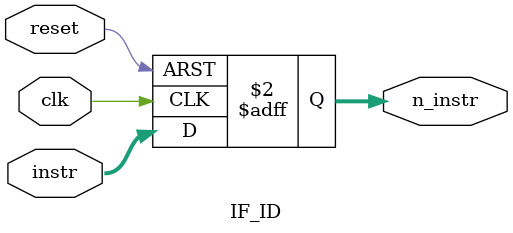
<source format=v>
`timescale 1ns / 1ps
module IF_ID(
    input clk,
    input reset,
    input [31:0]instr,
    output reg [31:0]n_instr
    );

	always@ (posedge clk or posedge reset)
	begin
		if(reset)
			n_instr <= 0;
		else
		begin
			n_instr <= instr;
		end
	end
endmodule

</source>
